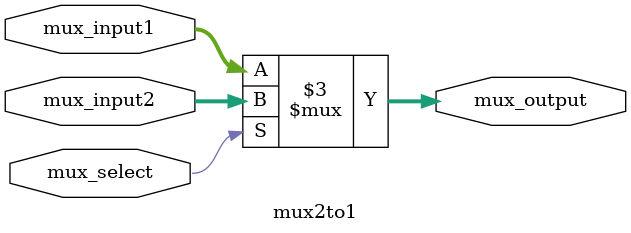
<source format=v>
module mux2to1(input [31:0] mux_input1,
               input [31:0] mux_input2,
               input mux_select,
               output reg [31:0] mux_output);

  always @(*) begin
    mux_output = !mux_select ? mux_input1 : mux_input2;
  end
endmodule

</source>
